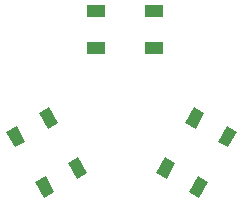
<source format=gbr>
G04 #@! TF.GenerationSoftware,KiCad,Pcbnew,5.1.5-52549c5~84~ubuntu16.04.1*
G04 #@! TF.CreationDate,2019-12-06T18:37:25-05:00*
G04 #@! TF.ProjectId,RGBSL,52474253-4c2e-46b6-9963-61645f706362,rev?*
G04 #@! TF.SameCoordinates,Original*
G04 #@! TF.FileFunction,Paste,Top*
G04 #@! TF.FilePolarity,Positive*
%FSLAX46Y46*%
G04 Gerber Fmt 4.6, Leading zero omitted, Abs format (unit mm)*
G04 Created by KiCad (PCBNEW 5.1.5-52549c5~84~ubuntu16.04.1) date 2019-12-06 18:37:25*
%MOMM*%
%LPD*%
G04 APERTURE LIST*
%ADD10R,1.500000X1.000000*%
%ADD11C,0.100000*%
G04 APERTURE END LIST*
D10*
X148500000Y-48590000D03*
X148500000Y-45390000D03*
X143600000Y-48590000D03*
X143600000Y-45390000D03*
D11*
G36*
X154698628Y-55182719D02*
G01*
X155564654Y-55682719D01*
X154814654Y-56981757D01*
X153948628Y-56481757D01*
X154698628Y-55182719D01*
G37*
G36*
X151927346Y-53582719D02*
G01*
X152793372Y-54082719D01*
X152043372Y-55381757D01*
X151177346Y-54881757D01*
X151927346Y-53582719D01*
G37*
G36*
X152248628Y-59426243D02*
G01*
X153114654Y-59926243D01*
X152364654Y-61225281D01*
X151498628Y-60725281D01*
X152248628Y-59426243D01*
G37*
G36*
X149477346Y-57826243D02*
G01*
X150343372Y-58326243D01*
X149593372Y-59625281D01*
X148727346Y-59125281D01*
X149477346Y-57826243D01*
G37*
G36*
X140414654Y-54881757D02*
G01*
X139548628Y-55381757D01*
X138798628Y-54082719D01*
X139664654Y-53582719D01*
X140414654Y-54881757D01*
G37*
G36*
X137643372Y-56481757D02*
G01*
X136777346Y-56981757D01*
X136027346Y-55682719D01*
X136893372Y-55182719D01*
X137643372Y-56481757D01*
G37*
G36*
X142864654Y-59125281D02*
G01*
X141998628Y-59625281D01*
X141248628Y-58326243D01*
X142114654Y-57826243D01*
X142864654Y-59125281D01*
G37*
G36*
X140093372Y-60725281D02*
G01*
X139227346Y-61225281D01*
X138477346Y-59926243D01*
X139343372Y-59426243D01*
X140093372Y-60725281D01*
G37*
M02*

</source>
